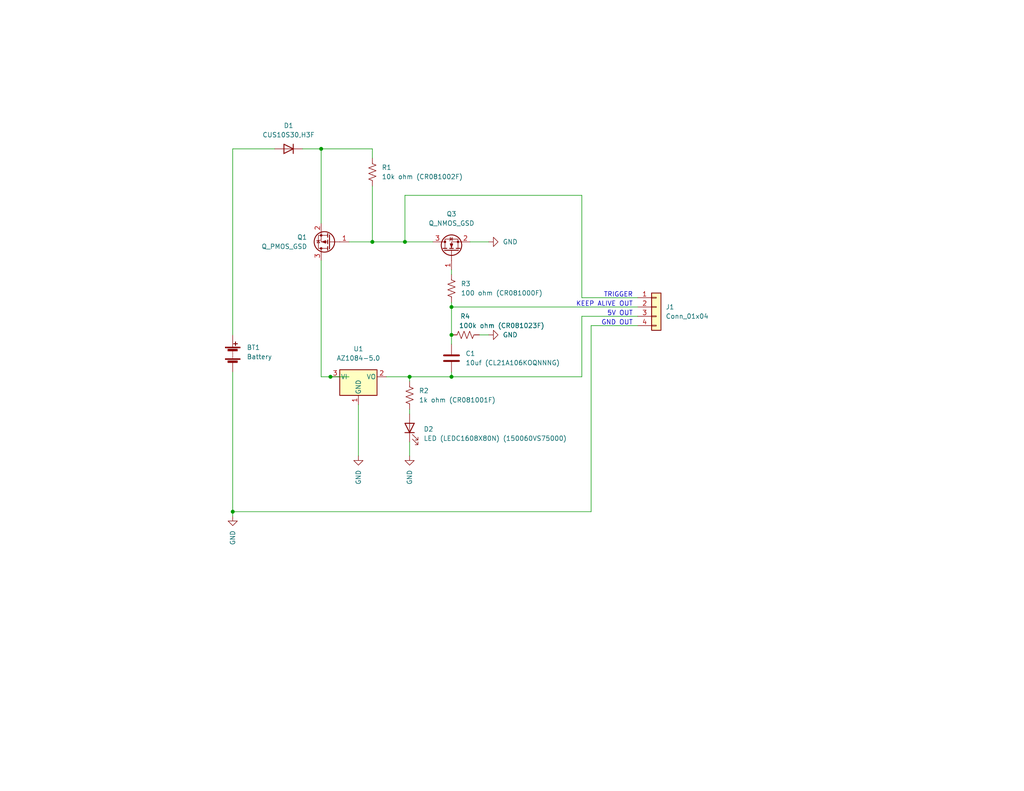
<source format=kicad_sch>
(kicad_sch (version 20211123) (generator eeschema)

  (uuid 636ad0ff-5988-4d2c-96c0-beacb3cc22a0)

  (paper "A")

  (lib_symbols
    (symbol "Connector_Generic:Conn_01x04" (pin_names (offset 1.016) hide) (in_bom yes) (on_board yes)
      (property "Reference" "J" (id 0) (at 0 5.08 0)
        (effects (font (size 1.27 1.27)))
      )
      (property "Value" "Conn_01x04" (id 1) (at 0 -7.62 0)
        (effects (font (size 1.27 1.27)))
      )
      (property "Footprint" "" (id 2) (at 0 0 0)
        (effects (font (size 1.27 1.27)) hide)
      )
      (property "Datasheet" "~" (id 3) (at 0 0 0)
        (effects (font (size 1.27 1.27)) hide)
      )
      (property "ki_keywords" "connector" (id 4) (at 0 0 0)
        (effects (font (size 1.27 1.27)) hide)
      )
      (property "ki_description" "Generic connector, single row, 01x04, script generated (kicad-library-utils/schlib/autogen/connector/)" (id 5) (at 0 0 0)
        (effects (font (size 1.27 1.27)) hide)
      )
      (property "ki_fp_filters" "Connector*:*_1x??_*" (id 6) (at 0 0 0)
        (effects (font (size 1.27 1.27)) hide)
      )
      (symbol "Conn_01x04_1_1"
        (rectangle (start -1.27 -4.953) (end 0 -5.207)
          (stroke (width 0.1524) (type default) (color 0 0 0 0))
          (fill (type none))
        )
        (rectangle (start -1.27 -2.413) (end 0 -2.667)
          (stroke (width 0.1524) (type default) (color 0 0 0 0))
          (fill (type none))
        )
        (rectangle (start -1.27 0.127) (end 0 -0.127)
          (stroke (width 0.1524) (type default) (color 0 0 0 0))
          (fill (type none))
        )
        (rectangle (start -1.27 2.667) (end 0 2.413)
          (stroke (width 0.1524) (type default) (color 0 0 0 0))
          (fill (type none))
        )
        (rectangle (start -1.27 3.81) (end 1.27 -6.35)
          (stroke (width 0.254) (type default) (color 0 0 0 0))
          (fill (type background))
        )
        (pin passive line (at -5.08 2.54 0) (length 3.81)
          (name "Pin_1" (effects (font (size 1.27 1.27))))
          (number "1" (effects (font (size 1.27 1.27))))
        )
        (pin passive line (at -5.08 0 0) (length 3.81)
          (name "Pin_2" (effects (font (size 1.27 1.27))))
          (number "2" (effects (font (size 1.27 1.27))))
        )
        (pin passive line (at -5.08 -2.54 0) (length 3.81)
          (name "Pin_3" (effects (font (size 1.27 1.27))))
          (number "3" (effects (font (size 1.27 1.27))))
        )
        (pin passive line (at -5.08 -5.08 0) (length 3.81)
          (name "Pin_4" (effects (font (size 1.27 1.27))))
          (number "4" (effects (font (size 1.27 1.27))))
        )
      )
    )
    (symbol "Device:Battery" (pin_numbers hide) (pin_names (offset 0) hide) (in_bom yes) (on_board yes)
      (property "Reference" "BT" (id 0) (at 2.54 2.54 0)
        (effects (font (size 1.27 1.27)) (justify left))
      )
      (property "Value" "Battery" (id 1) (at 2.54 0 0)
        (effects (font (size 1.27 1.27)) (justify left))
      )
      (property "Footprint" "" (id 2) (at 0 1.524 90)
        (effects (font (size 1.27 1.27)) hide)
      )
      (property "Datasheet" "~" (id 3) (at 0 1.524 90)
        (effects (font (size 1.27 1.27)) hide)
      )
      (property "ki_keywords" "batt voltage-source cell" (id 4) (at 0 0 0)
        (effects (font (size 1.27 1.27)) hide)
      )
      (property "ki_description" "Multiple-cell battery" (id 5) (at 0 0 0)
        (effects (font (size 1.27 1.27)) hide)
      )
      (symbol "Battery_0_1"
        (rectangle (start -2.032 -1.397) (end 2.032 -1.651)
          (stroke (width 0) (type default) (color 0 0 0 0))
          (fill (type outline))
        )
        (rectangle (start -2.032 1.778) (end 2.032 1.524)
          (stroke (width 0) (type default) (color 0 0 0 0))
          (fill (type outline))
        )
        (rectangle (start -1.3208 -1.9812) (end 1.27 -2.4892)
          (stroke (width 0) (type default) (color 0 0 0 0))
          (fill (type outline))
        )
        (rectangle (start -1.3208 1.1938) (end 1.27 0.6858)
          (stroke (width 0) (type default) (color 0 0 0 0))
          (fill (type outline))
        )
        (polyline
          (pts
            (xy 0 -1.524)
            (xy 0 -1.27)
          )
          (stroke (width 0) (type default) (color 0 0 0 0))
          (fill (type none))
        )
        (polyline
          (pts
            (xy 0 -1.016)
            (xy 0 -0.762)
          )
          (stroke (width 0) (type default) (color 0 0 0 0))
          (fill (type none))
        )
        (polyline
          (pts
            (xy 0 -0.508)
            (xy 0 -0.254)
          )
          (stroke (width 0) (type default) (color 0 0 0 0))
          (fill (type none))
        )
        (polyline
          (pts
            (xy 0 0)
            (xy 0 0.254)
          )
          (stroke (width 0) (type default) (color 0 0 0 0))
          (fill (type none))
        )
        (polyline
          (pts
            (xy 0 0.508)
            (xy 0 0.762)
          )
          (stroke (width 0) (type default) (color 0 0 0 0))
          (fill (type none))
        )
        (polyline
          (pts
            (xy 0 1.778)
            (xy 0 2.54)
          )
          (stroke (width 0) (type default) (color 0 0 0 0))
          (fill (type none))
        )
        (polyline
          (pts
            (xy 0.254 2.667)
            (xy 1.27 2.667)
          )
          (stroke (width 0.254) (type default) (color 0 0 0 0))
          (fill (type none))
        )
        (polyline
          (pts
            (xy 0.762 3.175)
            (xy 0.762 2.159)
          )
          (stroke (width 0.254) (type default) (color 0 0 0 0))
          (fill (type none))
        )
      )
      (symbol "Battery_1_1"
        (pin passive line (at 0 5.08 270) (length 2.54)
          (name "+" (effects (font (size 1.27 1.27))))
          (number "1" (effects (font (size 1.27 1.27))))
        )
        (pin passive line (at 0 -5.08 90) (length 2.54)
          (name "-" (effects (font (size 1.27 1.27))))
          (number "2" (effects (font (size 1.27 1.27))))
        )
      )
    )
    (symbol "Device:C" (pin_numbers hide) (pin_names (offset 0.254)) (in_bom yes) (on_board yes)
      (property "Reference" "C" (id 0) (at 0.635 2.54 0)
        (effects (font (size 1.27 1.27)) (justify left))
      )
      (property "Value" "C" (id 1) (at 0.635 -2.54 0)
        (effects (font (size 1.27 1.27)) (justify left))
      )
      (property "Footprint" "" (id 2) (at 0.9652 -3.81 0)
        (effects (font (size 1.27 1.27)) hide)
      )
      (property "Datasheet" "~" (id 3) (at 0 0 0)
        (effects (font (size 1.27 1.27)) hide)
      )
      (property "ki_keywords" "cap capacitor" (id 4) (at 0 0 0)
        (effects (font (size 1.27 1.27)) hide)
      )
      (property "ki_description" "Unpolarized capacitor" (id 5) (at 0 0 0)
        (effects (font (size 1.27 1.27)) hide)
      )
      (property "ki_fp_filters" "C_*" (id 6) (at 0 0 0)
        (effects (font (size 1.27 1.27)) hide)
      )
      (symbol "C_0_1"
        (polyline
          (pts
            (xy -2.032 -0.762)
            (xy 2.032 -0.762)
          )
          (stroke (width 0.508) (type default) (color 0 0 0 0))
          (fill (type none))
        )
        (polyline
          (pts
            (xy -2.032 0.762)
            (xy 2.032 0.762)
          )
          (stroke (width 0.508) (type default) (color 0 0 0 0))
          (fill (type none))
        )
      )
      (symbol "C_1_1"
        (pin passive line (at 0 3.81 270) (length 2.794)
          (name "~" (effects (font (size 1.27 1.27))))
          (number "1" (effects (font (size 1.27 1.27))))
        )
        (pin passive line (at 0 -3.81 90) (length 2.794)
          (name "~" (effects (font (size 1.27 1.27))))
          (number "2" (effects (font (size 1.27 1.27))))
        )
      )
    )
    (symbol "Device:D" (pin_numbers hide) (pin_names (offset 1.016) hide) (in_bom yes) (on_board yes)
      (property "Reference" "D" (id 0) (at 0 2.54 0)
        (effects (font (size 1.27 1.27)))
      )
      (property "Value" "D" (id 1) (at 0 -2.54 0)
        (effects (font (size 1.27 1.27)))
      )
      (property "Footprint" "" (id 2) (at 0 0 0)
        (effects (font (size 1.27 1.27)) hide)
      )
      (property "Datasheet" "~" (id 3) (at 0 0 0)
        (effects (font (size 1.27 1.27)) hide)
      )
      (property "ki_keywords" "diode" (id 4) (at 0 0 0)
        (effects (font (size 1.27 1.27)) hide)
      )
      (property "ki_description" "Diode" (id 5) (at 0 0 0)
        (effects (font (size 1.27 1.27)) hide)
      )
      (property "ki_fp_filters" "TO-???* *_Diode_* *SingleDiode* D_*" (id 6) (at 0 0 0)
        (effects (font (size 1.27 1.27)) hide)
      )
      (symbol "D_0_1"
        (polyline
          (pts
            (xy -1.27 1.27)
            (xy -1.27 -1.27)
          )
          (stroke (width 0.254) (type default) (color 0 0 0 0))
          (fill (type none))
        )
        (polyline
          (pts
            (xy 1.27 0)
            (xy -1.27 0)
          )
          (stroke (width 0) (type default) (color 0 0 0 0))
          (fill (type none))
        )
        (polyline
          (pts
            (xy 1.27 1.27)
            (xy 1.27 -1.27)
            (xy -1.27 0)
            (xy 1.27 1.27)
          )
          (stroke (width 0.254) (type default) (color 0 0 0 0))
          (fill (type none))
        )
      )
      (symbol "D_1_1"
        (pin passive line (at -3.81 0 0) (length 2.54)
          (name "K" (effects (font (size 1.27 1.27))))
          (number "1" (effects (font (size 1.27 1.27))))
        )
        (pin passive line (at 3.81 0 180) (length 2.54)
          (name "A" (effects (font (size 1.27 1.27))))
          (number "2" (effects (font (size 1.27 1.27))))
        )
      )
    )
    (symbol "Device:LED" (pin_numbers hide) (pin_names (offset 1.016) hide) (in_bom yes) (on_board yes)
      (property "Reference" "D" (id 0) (at 0 2.54 0)
        (effects (font (size 1.27 1.27)))
      )
      (property "Value" "LED" (id 1) (at 0 -2.54 0)
        (effects (font (size 1.27 1.27)))
      )
      (property "Footprint" "" (id 2) (at 0 0 0)
        (effects (font (size 1.27 1.27)) hide)
      )
      (property "Datasheet" "~" (id 3) (at 0 0 0)
        (effects (font (size 1.27 1.27)) hide)
      )
      (property "ki_keywords" "LED diode" (id 4) (at 0 0 0)
        (effects (font (size 1.27 1.27)) hide)
      )
      (property "ki_description" "Light emitting diode" (id 5) (at 0 0 0)
        (effects (font (size 1.27 1.27)) hide)
      )
      (property "ki_fp_filters" "LED* LED_SMD:* LED_THT:*" (id 6) (at 0 0 0)
        (effects (font (size 1.27 1.27)) hide)
      )
      (symbol "LED_0_1"
        (polyline
          (pts
            (xy -1.27 -1.27)
            (xy -1.27 1.27)
          )
          (stroke (width 0.254) (type default) (color 0 0 0 0))
          (fill (type none))
        )
        (polyline
          (pts
            (xy -1.27 0)
            (xy 1.27 0)
          )
          (stroke (width 0) (type default) (color 0 0 0 0))
          (fill (type none))
        )
        (polyline
          (pts
            (xy 1.27 -1.27)
            (xy 1.27 1.27)
            (xy -1.27 0)
            (xy 1.27 -1.27)
          )
          (stroke (width 0.254) (type default) (color 0 0 0 0))
          (fill (type none))
        )
        (polyline
          (pts
            (xy -3.048 -0.762)
            (xy -4.572 -2.286)
            (xy -3.81 -2.286)
            (xy -4.572 -2.286)
            (xy -4.572 -1.524)
          )
          (stroke (width 0) (type default) (color 0 0 0 0))
          (fill (type none))
        )
        (polyline
          (pts
            (xy -1.778 -0.762)
            (xy -3.302 -2.286)
            (xy -2.54 -2.286)
            (xy -3.302 -2.286)
            (xy -3.302 -1.524)
          )
          (stroke (width 0) (type default) (color 0 0 0 0))
          (fill (type none))
        )
      )
      (symbol "LED_1_1"
        (pin passive line (at -3.81 0 0) (length 2.54)
          (name "K" (effects (font (size 1.27 1.27))))
          (number "1" (effects (font (size 1.27 1.27))))
        )
        (pin passive line (at 3.81 0 180) (length 2.54)
          (name "A" (effects (font (size 1.27 1.27))))
          (number "2" (effects (font (size 1.27 1.27))))
        )
      )
    )
    (symbol "Device:Q_NMOS_GSD" (pin_names (offset 0) hide) (in_bom yes) (on_board yes)
      (property "Reference" "Q" (id 0) (at 5.08 1.27 0)
        (effects (font (size 1.27 1.27)) (justify left))
      )
      (property "Value" "Q_NMOS_GSD" (id 1) (at 5.08 -1.27 0)
        (effects (font (size 1.27 1.27)) (justify left))
      )
      (property "Footprint" "" (id 2) (at 5.08 2.54 0)
        (effects (font (size 1.27 1.27)) hide)
      )
      (property "Datasheet" "~" (id 3) (at 0 0 0)
        (effects (font (size 1.27 1.27)) hide)
      )
      (property "ki_keywords" "transistor NMOS N-MOS N-MOSFET" (id 4) (at 0 0 0)
        (effects (font (size 1.27 1.27)) hide)
      )
      (property "ki_description" "N-MOSFET transistor, gate/source/drain" (id 5) (at 0 0 0)
        (effects (font (size 1.27 1.27)) hide)
      )
      (symbol "Q_NMOS_GSD_0_1"
        (polyline
          (pts
            (xy 0.254 0)
            (xy -2.54 0)
          )
          (stroke (width 0) (type default) (color 0 0 0 0))
          (fill (type none))
        )
        (polyline
          (pts
            (xy 0.254 1.905)
            (xy 0.254 -1.905)
          )
          (stroke (width 0.254) (type default) (color 0 0 0 0))
          (fill (type none))
        )
        (polyline
          (pts
            (xy 0.762 -1.27)
            (xy 0.762 -2.286)
          )
          (stroke (width 0.254) (type default) (color 0 0 0 0))
          (fill (type none))
        )
        (polyline
          (pts
            (xy 0.762 0.508)
            (xy 0.762 -0.508)
          )
          (stroke (width 0.254) (type default) (color 0 0 0 0))
          (fill (type none))
        )
        (polyline
          (pts
            (xy 0.762 2.286)
            (xy 0.762 1.27)
          )
          (stroke (width 0.254) (type default) (color 0 0 0 0))
          (fill (type none))
        )
        (polyline
          (pts
            (xy 2.54 2.54)
            (xy 2.54 1.778)
          )
          (stroke (width 0) (type default) (color 0 0 0 0))
          (fill (type none))
        )
        (polyline
          (pts
            (xy 2.54 -2.54)
            (xy 2.54 0)
            (xy 0.762 0)
          )
          (stroke (width 0) (type default) (color 0 0 0 0))
          (fill (type none))
        )
        (polyline
          (pts
            (xy 0.762 -1.778)
            (xy 3.302 -1.778)
            (xy 3.302 1.778)
            (xy 0.762 1.778)
          )
          (stroke (width 0) (type default) (color 0 0 0 0))
          (fill (type none))
        )
        (polyline
          (pts
            (xy 1.016 0)
            (xy 2.032 0.381)
            (xy 2.032 -0.381)
            (xy 1.016 0)
          )
          (stroke (width 0) (type default) (color 0 0 0 0))
          (fill (type outline))
        )
        (polyline
          (pts
            (xy 2.794 0.508)
            (xy 2.921 0.381)
            (xy 3.683 0.381)
            (xy 3.81 0.254)
          )
          (stroke (width 0) (type default) (color 0 0 0 0))
          (fill (type none))
        )
        (polyline
          (pts
            (xy 3.302 0.381)
            (xy 2.921 -0.254)
            (xy 3.683 -0.254)
            (xy 3.302 0.381)
          )
          (stroke (width 0) (type default) (color 0 0 0 0))
          (fill (type none))
        )
        (circle (center 1.651 0) (radius 2.794)
          (stroke (width 0.254) (type default) (color 0 0 0 0))
          (fill (type none))
        )
        (circle (center 2.54 -1.778) (radius 0.254)
          (stroke (width 0) (type default) (color 0 0 0 0))
          (fill (type outline))
        )
        (circle (center 2.54 1.778) (radius 0.254)
          (stroke (width 0) (type default) (color 0 0 0 0))
          (fill (type outline))
        )
      )
      (symbol "Q_NMOS_GSD_1_1"
        (pin input line (at -5.08 0 0) (length 2.54)
          (name "G" (effects (font (size 1.27 1.27))))
          (number "1" (effects (font (size 1.27 1.27))))
        )
        (pin passive line (at 2.54 -5.08 90) (length 2.54)
          (name "S" (effects (font (size 1.27 1.27))))
          (number "2" (effects (font (size 1.27 1.27))))
        )
        (pin passive line (at 2.54 5.08 270) (length 2.54)
          (name "D" (effects (font (size 1.27 1.27))))
          (number "3" (effects (font (size 1.27 1.27))))
        )
      )
    )
    (symbol "Device:Q_PMOS_GSD" (pin_names (offset 0) hide) (in_bom yes) (on_board yes)
      (property "Reference" "Q" (id 0) (at 5.08 1.27 0)
        (effects (font (size 1.27 1.27)) (justify left))
      )
      (property "Value" "Q_PMOS_GSD" (id 1) (at 5.08 -1.27 0)
        (effects (font (size 1.27 1.27)) (justify left))
      )
      (property "Footprint" "" (id 2) (at 5.08 2.54 0)
        (effects (font (size 1.27 1.27)) hide)
      )
      (property "Datasheet" "~" (id 3) (at 0 0 0)
        (effects (font (size 1.27 1.27)) hide)
      )
      (property "ki_keywords" "transistor PMOS P-MOS P-MOSFET" (id 4) (at 0 0 0)
        (effects (font (size 1.27 1.27)) hide)
      )
      (property "ki_description" "P-MOSFET transistor, gate/source/drain" (id 5) (at 0 0 0)
        (effects (font (size 1.27 1.27)) hide)
      )
      (symbol "Q_PMOS_GSD_0_1"
        (polyline
          (pts
            (xy 0.254 0)
            (xy -2.54 0)
          )
          (stroke (width 0) (type default) (color 0 0 0 0))
          (fill (type none))
        )
        (polyline
          (pts
            (xy 0.254 1.905)
            (xy 0.254 -1.905)
          )
          (stroke (width 0.254) (type default) (color 0 0 0 0))
          (fill (type none))
        )
        (polyline
          (pts
            (xy 0.762 -1.27)
            (xy 0.762 -2.286)
          )
          (stroke (width 0.254) (type default) (color 0 0 0 0))
          (fill (type none))
        )
        (polyline
          (pts
            (xy 0.762 0.508)
            (xy 0.762 -0.508)
          )
          (stroke (width 0.254) (type default) (color 0 0 0 0))
          (fill (type none))
        )
        (polyline
          (pts
            (xy 0.762 2.286)
            (xy 0.762 1.27)
          )
          (stroke (width 0.254) (type default) (color 0 0 0 0))
          (fill (type none))
        )
        (polyline
          (pts
            (xy 2.54 2.54)
            (xy 2.54 1.778)
          )
          (stroke (width 0) (type default) (color 0 0 0 0))
          (fill (type none))
        )
        (polyline
          (pts
            (xy 2.54 -2.54)
            (xy 2.54 0)
            (xy 0.762 0)
          )
          (stroke (width 0) (type default) (color 0 0 0 0))
          (fill (type none))
        )
        (polyline
          (pts
            (xy 0.762 1.778)
            (xy 3.302 1.778)
            (xy 3.302 -1.778)
            (xy 0.762 -1.778)
          )
          (stroke (width 0) (type default) (color 0 0 0 0))
          (fill (type none))
        )
        (polyline
          (pts
            (xy 2.286 0)
            (xy 1.27 0.381)
            (xy 1.27 -0.381)
            (xy 2.286 0)
          )
          (stroke (width 0) (type default) (color 0 0 0 0))
          (fill (type outline))
        )
        (polyline
          (pts
            (xy 2.794 -0.508)
            (xy 2.921 -0.381)
            (xy 3.683 -0.381)
            (xy 3.81 -0.254)
          )
          (stroke (width 0) (type default) (color 0 0 0 0))
          (fill (type none))
        )
        (polyline
          (pts
            (xy 3.302 -0.381)
            (xy 2.921 0.254)
            (xy 3.683 0.254)
            (xy 3.302 -0.381)
          )
          (stroke (width 0) (type default) (color 0 0 0 0))
          (fill (type none))
        )
        (circle (center 1.651 0) (radius 2.794)
          (stroke (width 0.254) (type default) (color 0 0 0 0))
          (fill (type none))
        )
        (circle (center 2.54 -1.778) (radius 0.254)
          (stroke (width 0) (type default) (color 0 0 0 0))
          (fill (type outline))
        )
        (circle (center 2.54 1.778) (radius 0.254)
          (stroke (width 0) (type default) (color 0 0 0 0))
          (fill (type outline))
        )
      )
      (symbol "Q_PMOS_GSD_1_1"
        (pin input line (at -5.08 0 0) (length 2.54)
          (name "G" (effects (font (size 1.27 1.27))))
          (number "1" (effects (font (size 1.27 1.27))))
        )
        (pin passive line (at 2.54 -5.08 90) (length 2.54)
          (name "S" (effects (font (size 1.27 1.27))))
          (number "2" (effects (font (size 1.27 1.27))))
        )
        (pin passive line (at 2.54 5.08 270) (length 2.54)
          (name "D" (effects (font (size 1.27 1.27))))
          (number "3" (effects (font (size 1.27 1.27))))
        )
      )
    )
    (symbol "Device:R_US" (pin_numbers hide) (pin_names (offset 0)) (in_bom yes) (on_board yes)
      (property "Reference" "R" (id 0) (at 2.54 0 90)
        (effects (font (size 1.27 1.27)))
      )
      (property "Value" "R_US" (id 1) (at -2.54 0 90)
        (effects (font (size 1.27 1.27)))
      )
      (property "Footprint" "" (id 2) (at 1.016 -0.254 90)
        (effects (font (size 1.27 1.27)) hide)
      )
      (property "Datasheet" "~" (id 3) (at 0 0 0)
        (effects (font (size 1.27 1.27)) hide)
      )
      (property "ki_keywords" "R res resistor" (id 4) (at 0 0 0)
        (effects (font (size 1.27 1.27)) hide)
      )
      (property "ki_description" "Resistor, US symbol" (id 5) (at 0 0 0)
        (effects (font (size 1.27 1.27)) hide)
      )
      (property "ki_fp_filters" "R_*" (id 6) (at 0 0 0)
        (effects (font (size 1.27 1.27)) hide)
      )
      (symbol "R_US_0_1"
        (polyline
          (pts
            (xy 0 -2.286)
            (xy 0 -2.54)
          )
          (stroke (width 0) (type default) (color 0 0 0 0))
          (fill (type none))
        )
        (polyline
          (pts
            (xy 0 2.286)
            (xy 0 2.54)
          )
          (stroke (width 0) (type default) (color 0 0 0 0))
          (fill (type none))
        )
        (polyline
          (pts
            (xy 0 -0.762)
            (xy 1.016 -1.143)
            (xy 0 -1.524)
            (xy -1.016 -1.905)
            (xy 0 -2.286)
          )
          (stroke (width 0) (type default) (color 0 0 0 0))
          (fill (type none))
        )
        (polyline
          (pts
            (xy 0 0.762)
            (xy 1.016 0.381)
            (xy 0 0)
            (xy -1.016 -0.381)
            (xy 0 -0.762)
          )
          (stroke (width 0) (type default) (color 0 0 0 0))
          (fill (type none))
        )
        (polyline
          (pts
            (xy 0 2.286)
            (xy 1.016 1.905)
            (xy 0 1.524)
            (xy -1.016 1.143)
            (xy 0 0.762)
          )
          (stroke (width 0) (type default) (color 0 0 0 0))
          (fill (type none))
        )
      )
      (symbol "R_US_1_1"
        (pin passive line (at 0 3.81 270) (length 1.27)
          (name "~" (effects (font (size 1.27 1.27))))
          (number "1" (effects (font (size 1.27 1.27))))
        )
        (pin passive line (at 0 -3.81 90) (length 1.27)
          (name "~" (effects (font (size 1.27 1.27))))
          (number "2" (effects (font (size 1.27 1.27))))
        )
      )
    )
    (symbol "Regulator_Linear:AZ1084-5.0" (pin_names (offset 0.254)) (in_bom yes) (on_board yes)
      (property "Reference" "U" (id 0) (at -3.81 3.175 0)
        (effects (font (size 1.27 1.27)))
      )
      (property "Value" "AZ1084-5.0" (id 1) (at 0 3.175 0)
        (effects (font (size 1.27 1.27)) (justify left))
      )
      (property "Footprint" "" (id 2) (at 0 6.35 0)
        (effects (font (size 1.27 1.27) italic) hide)
      )
      (property "Datasheet" "https://www.diodes.com/assets/Datasheets/AZ1084.pdf" (id 3) (at 0 0 0)
        (effects (font (size 1.27 1.27)) hide)
      )
      (property "ki_keywords" "Fixed Voltage Regulator 5A Positive LDO" (id 4) (at 0 0 0)
        (effects (font (size 1.27 1.27)) hide)
      )
      (property "ki_description" "5A 12V Fixed LDO Linear Regulator, 1.5V, TO-220/TO-252/TO-263" (id 5) (at 0 0 0)
        (effects (font (size 1.27 1.27)) hide)
      )
      (property "ki_fp_filters" "TO?220* TO?252* TO?263*" (id 6) (at 0 0 0)
        (effects (font (size 1.27 1.27)) hide)
      )
      (symbol "AZ1084-5.0_0_1"
        (rectangle (start -5.08 1.905) (end 5.08 -5.08)
          (stroke (width 0.254) (type default) (color 0 0 0 0))
          (fill (type background))
        )
      )
      (symbol "AZ1084-5.0_1_1"
        (pin power_in line (at 0 -7.62 90) (length 2.54)
          (name "GND" (effects (font (size 1.27 1.27))))
          (number "1" (effects (font (size 1.27 1.27))))
        )
        (pin power_out line (at 7.62 0 180) (length 2.54)
          (name "VO" (effects (font (size 1.27 1.27))))
          (number "2" (effects (font (size 1.27 1.27))))
        )
        (pin power_in line (at -7.62 0 0) (length 2.54)
          (name "VI" (effects (font (size 1.27 1.27))))
          (number "3" (effects (font (size 1.27 1.27))))
        )
      )
    )
    (symbol "power:GND" (power) (pin_names (offset 0)) (in_bom yes) (on_board yes)
      (property "Reference" "#PWR" (id 0) (at 0 -6.35 0)
        (effects (font (size 1.27 1.27)) hide)
      )
      (property "Value" "GND" (id 1) (at 0 -3.81 0)
        (effects (font (size 1.27 1.27)))
      )
      (property "Footprint" "" (id 2) (at 0 0 0)
        (effects (font (size 1.27 1.27)) hide)
      )
      (property "Datasheet" "" (id 3) (at 0 0 0)
        (effects (font (size 1.27 1.27)) hide)
      )
      (property "ki_keywords" "power-flag" (id 4) (at 0 0 0)
        (effects (font (size 1.27 1.27)) hide)
      )
      (property "ki_description" "Power symbol creates a global label with name \"GND\" , ground" (id 5) (at 0 0 0)
        (effects (font (size 1.27 1.27)) hide)
      )
      (symbol "GND_0_1"
        (polyline
          (pts
            (xy 0 0)
            (xy 0 -1.27)
            (xy 1.27 -1.27)
            (xy 0 -2.54)
            (xy -1.27 -1.27)
            (xy 0 -1.27)
          )
          (stroke (width 0) (type default) (color 0 0 0 0))
          (fill (type none))
        )
      )
      (symbol "GND_1_1"
        (pin power_in line (at 0 0 270) (length 0) hide
          (name "GND" (effects (font (size 1.27 1.27))))
          (number "1" (effects (font (size 1.27 1.27))))
        )
      )
    )
  )

  (junction (at 123.19 83.82) (diameter 0) (color 0 0 0 0)
    (uuid 2137188a-e946-459d-9ae2-1f4edde10f8c)
  )
  (junction (at 110.49 66.04) (diameter 0) (color 0 0 0 0)
    (uuid 2428d819-e949-4593-9318-38afe8097383)
  )
  (junction (at 90.17 102.87) (diameter 0) (color 0 0 0 0)
    (uuid 2d931ba1-09e7-4696-8d2d-0dcfb9d61a1a)
  )
  (junction (at 123.19 91.44) (diameter 0) (color 0 0 0 0)
    (uuid 3504c59c-6626-4243-9b8c-50ef2b8fa8aa)
  )
  (junction (at 101.6 66.04) (diameter 0) (color 0 0 0 0)
    (uuid 8a9adc8a-57ef-4938-9211-27c4bcdb7890)
  )
  (junction (at 123.19 102.87) (diameter 0) (color 0 0 0 0)
    (uuid 9a505a0c-c615-4ec5-84a4-6bb9f8993e12)
  )
  (junction (at 87.63 40.64) (diameter 0) (color 0 0 0 0)
    (uuid 9d60cc75-71f7-4547-ac3d-65047ea90087)
  )
  (junction (at 63.5 139.7) (diameter 0) (color 0 0 0 0)
    (uuid b81b5fbb-c157-40e4-af1d-ad76cadb10f4)
  )
  (junction (at 111.76 102.87) (diameter 0) (color 0 0 0 0)
    (uuid c9f13f94-7be9-4dbd-a7d2-c1f587c6cbd0)
  )

  (wire (pts (xy 111.76 120.65) (xy 111.76 124.46))
    (stroke (width 0) (type default) (color 0 0 0 0))
    (uuid 01ce27bc-071a-4ca2-a6af-5692e4bd19f3)
  )
  (wire (pts (xy 97.79 110.49) (xy 97.79 124.46))
    (stroke (width 0) (type default) (color 0 0 0 0))
    (uuid 03fc4f21-1b4b-4204-b3cc-10b725870d24)
  )
  (wire (pts (xy 110.49 53.34) (xy 110.49 66.04))
    (stroke (width 0) (type default) (color 0 0 0 0))
    (uuid 08ecf0f8-df30-4eac-b825-30e463865809)
  )
  (wire (pts (xy 87.63 71.12) (xy 87.63 102.87))
    (stroke (width 0) (type default) (color 0 0 0 0))
    (uuid 17d69d4f-8a57-4f34-8baa-0faf1ae8822a)
  )
  (wire (pts (xy 87.63 40.64) (xy 101.6 40.64))
    (stroke (width 0) (type default) (color 0 0 0 0))
    (uuid 1fc54240-a4dc-4849-90c8-b9f8837378b2)
  )
  (wire (pts (xy 123.19 91.44) (xy 123.19 83.82))
    (stroke (width 0) (type default) (color 0 0 0 0))
    (uuid 2ef8bfbe-fb25-43c8-be0c-b173fffde034)
  )
  (wire (pts (xy 63.5 101.6) (xy 63.5 139.7))
    (stroke (width 0) (type default) (color 0 0 0 0))
    (uuid 35947251-0096-4b60-bfc2-e63345af20fe)
  )
  (wire (pts (xy 95.25 66.04) (xy 101.6 66.04))
    (stroke (width 0) (type default) (color 0 0 0 0))
    (uuid 40d96678-426d-42bf-af6c-83cefc43e992)
  )
  (wire (pts (xy 63.5 139.7) (xy 161.29 139.7))
    (stroke (width 0) (type default) (color 0 0 0 0))
    (uuid 412ba095-bb0c-4861-a165-4bf804227e12)
  )
  (wire (pts (xy 111.76 111.76) (xy 111.76 113.03))
    (stroke (width 0) (type default) (color 0 0 0 0))
    (uuid 441cc3b6-890c-4765-a881-475b9cabb92f)
  )
  (wire (pts (xy 158.75 81.28) (xy 173.99 81.28))
    (stroke (width 0) (type default) (color 0 0 0 0))
    (uuid 6423596f-7180-4f6d-83e9-8d2448d3b07a)
  )
  (wire (pts (xy 111.76 102.87) (xy 123.19 102.87))
    (stroke (width 0) (type default) (color 0 0 0 0))
    (uuid 6834210c-8094-4107-9949-8e289c0b2b5a)
  )
  (wire (pts (xy 82.55 40.64) (xy 87.63 40.64))
    (stroke (width 0) (type default) (color 0 0 0 0))
    (uuid 6b870f2e-d191-4729-b494-d0c4651b5da5)
  )
  (wire (pts (xy 161.29 139.7) (xy 161.29 88.9))
    (stroke (width 0) (type default) (color 0 0 0 0))
    (uuid 7494bdf7-f552-40e3-9c3d-fdcec75e4c9a)
  )
  (wire (pts (xy 95.25 102.87) (xy 90.17 102.87))
    (stroke (width 0) (type default) (color 0 0 0 0))
    (uuid 78023d1a-1c76-42b1-b857-faac39f7a17c)
  )
  (wire (pts (xy 158.75 102.87) (xy 158.75 86.36))
    (stroke (width 0) (type default) (color 0 0 0 0))
    (uuid 7df5a705-c593-4b69-8eb5-d7d57a05b7bd)
  )
  (wire (pts (xy 90.17 102.87) (xy 87.63 102.87))
    (stroke (width 0) (type default) (color 0 0 0 0))
    (uuid 7eecbf45-c857-47d6-9775-4f6d45658c26)
  )
  (wire (pts (xy 123.19 83.82) (xy 173.99 83.82))
    (stroke (width 0) (type default) (color 0 0 0 0))
    (uuid 8127fa2a-4291-4f21-926f-57739b9f81d5)
  )
  (wire (pts (xy 161.29 88.9) (xy 173.99 88.9))
    (stroke (width 0) (type default) (color 0 0 0 0))
    (uuid 8527647b-8225-40df-9e0e-9e0962b3b7af)
  )
  (wire (pts (xy 110.49 66.04) (xy 118.11 66.04))
    (stroke (width 0) (type default) (color 0 0 0 0))
    (uuid 95fc47fa-20db-4856-9f74-7c80e2c66b6f)
  )
  (wire (pts (xy 123.19 73.66) (xy 123.19 74.93))
    (stroke (width 0) (type default) (color 0 0 0 0))
    (uuid 9d55cd83-62ff-4e6c-9bc1-9605d2f1b589)
  )
  (wire (pts (xy 101.6 40.64) (xy 101.6 43.18))
    (stroke (width 0) (type default) (color 0 0 0 0))
    (uuid 9e77d8d4-b4af-40b1-8d39-860e50aad448)
  )
  (wire (pts (xy 128.27 66.04) (xy 133.35 66.04))
    (stroke (width 0) (type default) (color 0 0 0 0))
    (uuid a3c92dd0-eba9-49d8-a9ce-2e1f9f5c0efa)
  )
  (wire (pts (xy 123.19 102.87) (xy 158.75 102.87))
    (stroke (width 0) (type default) (color 0 0 0 0))
    (uuid a54dc406-124d-4c13-8fe9-1d7c5cd66c1b)
  )
  (wire (pts (xy 123.19 83.82) (xy 123.19 82.55))
    (stroke (width 0) (type default) (color 0 0 0 0))
    (uuid a679836e-9a76-4dec-b52c-db19353089a0)
  )
  (wire (pts (xy 63.5 91.44) (xy 63.5 40.64))
    (stroke (width 0) (type default) (color 0 0 0 0))
    (uuid b38f93f0-7b3a-4f67-b482-86cc0f76ea66)
  )
  (wire (pts (xy 158.75 86.36) (xy 173.99 86.36))
    (stroke (width 0) (type default) (color 0 0 0 0))
    (uuid b8a78c53-7e66-4c6c-9057-9173080561e1)
  )
  (wire (pts (xy 130.81 91.44) (xy 133.35 91.44))
    (stroke (width 0) (type default) (color 0 0 0 0))
    (uuid b9153a57-0bcc-4cf2-b4d1-6ea9da5f3506)
  )
  (wire (pts (xy 111.76 102.87) (xy 111.76 104.14))
    (stroke (width 0) (type default) (color 0 0 0 0))
    (uuid b92eb4ee-d549-45dc-bf00-60bd9b6954e2)
  )
  (wire (pts (xy 87.63 40.64) (xy 87.63 60.96))
    (stroke (width 0) (type default) (color 0 0 0 0))
    (uuid c1007d85-5849-43bf-b1b8-3d3770c561dd)
  )
  (wire (pts (xy 158.75 53.34) (xy 110.49 53.34))
    (stroke (width 0) (type default) (color 0 0 0 0))
    (uuid c9a4c6d2-bd40-4659-b13b-88522343317a)
  )
  (wire (pts (xy 101.6 50.8) (xy 101.6 66.04))
    (stroke (width 0) (type default) (color 0 0 0 0))
    (uuid ddb7d15e-38aa-43a9-810e-4ecb2ffee78e)
  )
  (wire (pts (xy 63.5 139.7) (xy 63.5 140.97))
    (stroke (width 0) (type default) (color 0 0 0 0))
    (uuid e27ff5ac-a482-4eff-b3ff-f9b5dc96f53f)
  )
  (wire (pts (xy 158.75 53.34) (xy 158.75 81.28))
    (stroke (width 0) (type default) (color 0 0 0 0))
    (uuid e6130fc2-d207-48dc-9ecf-61d4e43043eb)
  )
  (wire (pts (xy 123.19 102.87) (xy 123.19 101.6))
    (stroke (width 0) (type default) (color 0 0 0 0))
    (uuid e9c00f65-2f80-469c-8cae-dd0ec806c552)
  )
  (wire (pts (xy 101.6 66.04) (xy 110.49 66.04))
    (stroke (width 0) (type default) (color 0 0 0 0))
    (uuid ecabeb5b-7f67-423c-a2db-76d9133b8ca5)
  )
  (wire (pts (xy 63.5 40.64) (xy 74.93 40.64))
    (stroke (width 0) (type default) (color 0 0 0 0))
    (uuid ee84cbf6-6d51-4e64-871c-0d8e59b1a072)
  )
  (wire (pts (xy 123.19 91.44) (xy 123.19 93.98))
    (stroke (width 0) (type default) (color 0 0 0 0))
    (uuid eed4fbd5-8738-45f2-a74d-a9c19a53e9a0)
  )
  (wire (pts (xy 111.76 102.87) (xy 105.41 102.87))
    (stroke (width 0) (type default) (color 0 0 0 0))
    (uuid f47719bb-c84e-45fa-9073-14f84958e695)
  )

  (text "5V OUT" (at 172.72 86.36 180)
    (effects (font (size 1.27 1.27)) (justify right bottom))
    (uuid 5af8d771-79c2-448a-98aa-9c2a071d7e28)
  )
  (text "KEEP ALIVE OUT" (at 172.72 83.82 180)
    (effects (font (size 1.27 1.27)) (justify right bottom))
    (uuid 8bd2095c-8bbd-4f3e-bec4-c3e11384a025)
  )
  (text "TRIGGER" (at 172.72 81.28 180)
    (effects (font (size 1.27 1.27)) (justify right bottom))
    (uuid b958b106-7d4c-4303-9fb9-531852ca7750)
  )
  (text "GND OUT" (at 172.72 88.9 180)
    (effects (font (size 1.27 1.27)) (justify right bottom))
    (uuid c2b70a2e-42c6-4438-9ef4-97be988dd9ad)
  )

  (symbol (lib_id "Device:R_US") (at 123.19 78.74 0) (unit 1)
    (in_bom yes) (on_board yes) (fields_autoplaced)
    (uuid 0770c4c0-8de9-43f6-8a28-e57cac5e8bb3)
    (property "Reference" "R3" (id 0) (at 125.73 77.4699 0)
      (effects (font (size 1.27 1.27)) (justify left))
    )
    (property "Value" "100 ohm (CR081000F)" (id 1) (at 125.73 80.0099 0)
      (effects (font (size 1.27 1.27)) (justify left))
    )
    (property "Footprint" "Resistor_SMD:R_1206_3216Metric" (id 2) (at 124.206 78.994 90)
      (effects (font (size 1.27 1.27)) hide)
    )
    (property "Datasheet" "~" (id 3) (at 123.19 78.74 0)
      (effects (font (size 1.27 1.27)) hide)
    )
    (pin "1" (uuid 871ec14f-4970-4159-817a-e070736578c3))
    (pin "2" (uuid 3d3da5d1-c35d-4365-90f5-fa7dd7a271df))
  )

  (symbol (lib_id "Device:R_US") (at 127 91.44 90) (unit 1)
    (in_bom yes) (on_board yes)
    (uuid 233a8f68-2dc6-4b37-89aa-1e8a85716084)
    (property "Reference" "R4" (id 0) (at 128.27 86.36 90)
      (effects (font (size 1.27 1.27)) (justify left))
    )
    (property "Value" "100k ohm (CR081023F)" (id 1) (at 148.59 88.9 90)
      (effects (font (size 1.27 1.27)) (justify left))
    )
    (property "Footprint" "Resistor_SMD:R_1206_3216Metric" (id 2) (at 127.254 90.424 90)
      (effects (font (size 1.27 1.27)) hide)
    )
    (property "Datasheet" "~" (id 3) (at 127 91.44 0)
      (effects (font (size 1.27 1.27)) hide)
    )
    (pin "1" (uuid 77ba142e-8c32-44d1-af14-e1d2d888daa7))
    (pin "2" (uuid 4ed4b9b2-d6bc-4831-b9d3-fe39a4eb24c0))
  )

  (symbol (lib_id "Device:LED") (at 111.76 116.84 90) (unit 1)
    (in_bom yes) (on_board yes) (fields_autoplaced)
    (uuid 2393f3a1-2789-4bc4-a690-f0178d1bffc3)
    (property "Reference" "D2" (id 0) (at 115.57 117.1574 90)
      (effects (font (size 1.27 1.27)) (justify right))
    )
    (property "Value" "LED (LEDC1608X80N) (150060VS75000)" (id 1) (at 115.57 119.6974 90)
      (effects (font (size 1.27 1.27)) (justify right))
    )
    (property "Footprint" "LED_SMD:LED_0603_1608Metric" (id 2) (at 111.76 116.84 0)
      (effects (font (size 1.27 1.27)) hide)
    )
    (property "Datasheet" "~" (id 3) (at 111.76 116.84 0)
      (effects (font (size 1.27 1.27)) hide)
    )
    (pin "1" (uuid 52f6ea1e-ccb6-4bb9-bd9a-898fafff40c7))
    (pin "2" (uuid a132de39-5d81-40a5-bc29-de206197cb3a))
  )

  (symbol (lib_id "power:GND") (at 133.35 66.04 90) (unit 1)
    (in_bom yes) (on_board yes)
    (uuid 3a0d8b8e-586f-49fb-8932-4e11e8def421)
    (property "Reference" "#PWR0102" (id 0) (at 139.7 66.04 0)
      (effects (font (size 1.27 1.27)) hide)
    )
    (property "Value" "GND" (id 1) (at 137.16 66.0401 90)
      (effects (font (size 1.27 1.27)) (justify right))
    )
    (property "Footprint" "" (id 2) (at 133.35 66.04 0)
      (effects (font (size 1.27 1.27)) hide)
    )
    (property "Datasheet" "" (id 3) (at 133.35 66.04 0)
      (effects (font (size 1.27 1.27)) hide)
    )
    (pin "1" (uuid bd7bfb42-8672-4a38-8866-6670ca3dd23d))
  )

  (symbol (lib_id "power:GND") (at 97.79 124.46 0) (unit 1)
    (in_bom yes) (on_board yes)
    (uuid 3a7858f4-ec46-40a1-aa87-6eb75caf4781)
    (property "Reference" "#PWR0101" (id 0) (at 97.79 130.81 0)
      (effects (font (size 1.27 1.27)) hide)
    )
    (property "Value" "GND" (id 1) (at 97.7899 128.27 90)
      (effects (font (size 1.27 1.27)) (justify right))
    )
    (property "Footprint" "" (id 2) (at 97.79 124.46 0)
      (effects (font (size 1.27 1.27)) hide)
    )
    (property "Datasheet" "" (id 3) (at 97.79 124.46 0)
      (effects (font (size 1.27 1.27)) hide)
    )
    (pin "1" (uuid e5ee77f7-f558-47ad-9800-59c241ebcfa4))
  )

  (symbol (lib_id "Device:R_US") (at 101.6 46.99 0) (unit 1)
    (in_bom yes) (on_board yes) (fields_autoplaced)
    (uuid 623d32a2-5f42-4de3-b00d-e4c085149119)
    (property "Reference" "R1" (id 0) (at 104.14 45.7199 0)
      (effects (font (size 1.27 1.27)) (justify left))
    )
    (property "Value" "10k ohm (CR081002F)" (id 1) (at 104.14 48.2599 0)
      (effects (font (size 1.27 1.27)) (justify left))
    )
    (property "Footprint" "Resistor_SMD:R_1206_3216Metric" (id 2) (at 102.616 47.244 90)
      (effects (font (size 1.27 1.27)) hide)
    )
    (property "Datasheet" "~" (id 3) (at 101.6 46.99 0)
      (effects (font (size 1.27 1.27)) hide)
    )
    (pin "1" (uuid 4b82308e-935e-4b99-a19f-c51e2e157a58))
    (pin "2" (uuid 4625d50d-6232-4be2-9703-95b87ab604d4))
  )

  (symbol (lib_id "Device:Q_NMOS_GSD") (at 123.19 68.58 90) (unit 1)
    (in_bom yes) (on_board yes) (fields_autoplaced)
    (uuid 675b234a-435a-478e-a3ef-e4a9d922ccf6)
    (property "Reference" "Q3" (id 0) (at 123.19 58.42 90))
    (property "Value" "Q_NMOS_GSD" (id 1) (at 123.19 60.96 90))
    (property "Footprint" "Package_TO_SOT_SMD:SOT-323_SC-70" (id 2) (at 120.65 63.5 0)
      (effects (font (size 1.27 1.27)) hide)
    )
    (property "Datasheet" "~" (id 3) (at 123.19 68.58 0)
      (effects (font (size 1.27 1.27)) hide)
    )
    (pin "1" (uuid f47309a9-d65f-4399-9f0f-70f68306dc0d))
    (pin "2" (uuid 9595e078-58f6-4132-bf3a-8c84f7f83575))
    (pin "3" (uuid 5c14c924-ab05-4bb0-872d-9b97fee7e329))
  )

  (symbol (lib_id "Device:Q_PMOS_GSD") (at 90.17 66.04 180) (unit 1)
    (in_bom yes) (on_board yes) (fields_autoplaced)
    (uuid 6d172192-75c5-4911-9898-c12ac9e5a31a)
    (property "Reference" "Q1" (id 0) (at 83.82 64.7699 0)
      (effects (font (size 1.27 1.27)) (justify left))
    )
    (property "Value" "Q_PMOS_GSD" (id 1) (at 83.82 67.3099 0)
      (effects (font (size 1.27 1.27)) (justify left))
    )
    (property "Footprint" "Package_TO_SOT_SMD:SOT-323_SC-70" (id 2) (at 85.09 68.58 0)
      (effects (font (size 1.27 1.27)) hide)
    )
    (property "Datasheet" "~" (id 3) (at 90.17 66.04 0)
      (effects (font (size 1.27 1.27)) hide)
    )
    (pin "1" (uuid bf6106e6-1172-4b5b-a84d-bfaa51b03f54))
    (pin "2" (uuid 89365256-205d-40de-b8f2-deecb6422123))
    (pin "3" (uuid cc110405-a68b-41d3-af32-1c33f8a36cf8))
  )

  (symbol (lib_id "power:GND") (at 133.35 91.44 90) (unit 1)
    (in_bom yes) (on_board yes)
    (uuid 8f444686-4c4e-4ef5-a136-dfd90faa4b3d)
    (property "Reference" "#PWR0104" (id 0) (at 139.7 91.44 0)
      (effects (font (size 1.27 1.27)) hide)
    )
    (property "Value" "GND" (id 1) (at 137.16 91.4401 90)
      (effects (font (size 1.27 1.27)) (justify right))
    )
    (property "Footprint" "" (id 2) (at 133.35 91.44 0)
      (effects (font (size 1.27 1.27)) hide)
    )
    (property "Datasheet" "" (id 3) (at 133.35 91.44 0)
      (effects (font (size 1.27 1.27)) hide)
    )
    (pin "1" (uuid edff4c0f-8728-4b6b-bdb2-17793e82323d))
  )

  (symbol (lib_id "Device:R_US") (at 111.76 107.95 180) (unit 1)
    (in_bom yes) (on_board yes) (fields_autoplaced)
    (uuid 98c244e3-cb4d-475f-beb2-a8be1fa87462)
    (property "Reference" "R2" (id 0) (at 114.3 106.6799 0)
      (effects (font (size 1.27 1.27)) (justify right))
    )
    (property "Value" "1k ohm (CR081001F)" (id 1) (at 114.3 109.2199 0)
      (effects (font (size 1.27 1.27)) (justify right))
    )
    (property "Footprint" "Resistor_SMD:R_1206_3216Metric" (id 2) (at 110.744 107.696 90)
      (effects (font (size 1.27 1.27)) hide)
    )
    (property "Datasheet" "~" (id 3) (at 111.76 107.95 0)
      (effects (font (size 1.27 1.27)) hide)
    )
    (pin "1" (uuid deaa404d-223c-4990-957c-786cdfb6267c))
    (pin "2" (uuid e4fbf6c2-5eda-4a13-be87-141c49515025))
  )

  (symbol (lib_id "Connector_Generic:Conn_01x04") (at 179.07 83.82 0) (unit 1)
    (in_bom yes) (on_board yes)
    (uuid 9d7b28c5-6bb6-4428-b9a7-71b7786a92b7)
    (property "Reference" "J1" (id 0) (at 181.61 83.8199 0)
      (effects (font (size 1.27 1.27)) (justify left))
    )
    (property "Value" "Conn_01x04" (id 1) (at 181.61 86.3599 0)
      (effects (font (size 1.27 1.27)) (justify left))
    )
    (property "Footprint" "Connector_PinHeader_2.54mm:PinHeader_1x04_P2.54mm_Vertical" (id 2) (at 179.07 83.82 0)
      (effects (font (size 1.27 1.27)) hide)
    )
    (property "Datasheet" "~" (id 3) (at 179.07 83.82 0)
      (effects (font (size 1.27 1.27)) hide)
    )
    (pin "1" (uuid 2a6f3ccd-0167-44ac-a507-ad1b2f0a52a0))
    (pin "2" (uuid 6f656857-6773-4792-99af-fb3b13e29d7a))
    (pin "3" (uuid fdb4a26b-a601-48d2-a578-0d5aadc71070))
    (pin "4" (uuid e7642fae-780d-4966-9435-82dbd7a70ec9))
  )

  (symbol (lib_id "Device:Battery") (at 63.5 96.52 0) (unit 1)
    (in_bom yes) (on_board yes) (fields_autoplaced)
    (uuid b8efc93d-b7ab-4cfe-ab50-554dd1483f1a)
    (property "Reference" "BT1" (id 0) (at 67.31 94.8689 0)
      (effects (font (size 1.27 1.27)) (justify left))
    )
    (property "Value" "Battery" (id 1) (at 67.31 97.4089 0)
      (effects (font (size 1.27 1.27)) (justify left))
    )
    (property "Footprint" "Connector_PinHeader_2.54mm:PinHeader_1x02_P2.54mm_Vertical" (id 2) (at 63.5 94.996 90)
      (effects (font (size 1.27 1.27)) hide)
    )
    (property "Datasheet" "~" (id 3) (at 63.5 94.996 90)
      (effects (font (size 1.27 1.27)) hide)
    )
    (pin "1" (uuid 9974dc5b-0243-400c-b8be-324135942549))
    (pin "2" (uuid f963d927-887a-4991-979a-a49ba1ef31f9))
  )

  (symbol (lib_id "Regulator_Linear:AZ1084-5.0") (at 97.79 102.87 0) (unit 1)
    (in_bom yes) (on_board yes) (fields_autoplaced)
    (uuid d9f3987c-6857-4539-9274-0245cd1995e9)
    (property "Reference" "U1" (id 0) (at 97.79 95.25 0))
    (property "Value" "AZ1084-5.0" (id 1) (at 97.79 97.79 0))
    (property "Footprint" "Package_TO_SOT_SMD:TO-252-2" (id 2) (at 97.79 96.52 0)
      (effects (font (size 1.27 1.27) italic) hide)
    )
    (property "Datasheet" "https://www.diodes.com/assets/Datasheets/AZ1084.pdf" (id 3) (at 97.79 102.87 0)
      (effects (font (size 1.27 1.27)) hide)
    )
    (pin "1" (uuid bcaae0e5-0ecf-475e-8fc5-5f9edbacafdd))
    (pin "2" (uuid ace17f8d-be9c-47c9-acf4-4b24a4958481))
    (pin "3" (uuid ef831018-2c48-4d3b-9a86-d88094593148))
  )

  (symbol (lib_id "power:GND") (at 111.76 124.46 0) (unit 1)
    (in_bom yes) (on_board yes)
    (uuid dd8d6fa0-d581-4bbf-91b1-4177e92b6611)
    (property "Reference" "#PWR0103" (id 0) (at 111.76 130.81 0)
      (effects (font (size 1.27 1.27)) hide)
    )
    (property "Value" "GND" (id 1) (at 111.7599 128.27 90)
      (effects (font (size 1.27 1.27)) (justify right))
    )
    (property "Footprint" "" (id 2) (at 111.76 124.46 0)
      (effects (font (size 1.27 1.27)) hide)
    )
    (property "Datasheet" "" (id 3) (at 111.76 124.46 0)
      (effects (font (size 1.27 1.27)) hide)
    )
    (pin "1" (uuid 9d4dc26e-2afb-4846-95d2-b9f02d572f51))
  )

  (symbol (lib_id "power:GND") (at 63.5 140.97 0) (unit 1)
    (in_bom yes) (on_board yes)
    (uuid faf8d2d0-ccee-4fe1-9400-e7a4b0b4c65d)
    (property "Reference" "#PWR0105" (id 0) (at 63.5 147.32 0)
      (effects (font (size 1.27 1.27)) hide)
    )
    (property "Value" "GND" (id 1) (at 63.4999 144.78 90)
      (effects (font (size 1.27 1.27)) (justify right))
    )
    (property "Footprint" "" (id 2) (at 63.5 140.97 0)
      (effects (font (size 1.27 1.27)) hide)
    )
    (property "Datasheet" "" (id 3) (at 63.5 140.97 0)
      (effects (font (size 1.27 1.27)) hide)
    )
    (pin "1" (uuid 560eda05-cbee-4ae5-ae42-f27c543c3ede))
  )

  (symbol (lib_id "Device:D") (at 78.74 40.64 180) (unit 1)
    (in_bom yes) (on_board yes) (fields_autoplaced)
    (uuid fddb19ab-3972-40df-9ac1-d2d9dca8897d)
    (property "Reference" "D1" (id 0) (at 78.74 34.29 0))
    (property "Value" "CUS10S30,H3F" (id 1) (at 78.74 36.83 0))
    (property "Footprint" "Diode_SMD:D_SOD-323" (id 2) (at 78.74 40.64 0)
      (effects (font (size 1.27 1.27)) hide)
    )
    (property "Datasheet" "~" (id 3) (at 78.74 40.64 0)
      (effects (font (size 1.27 1.27)) hide)
    )
    (pin "1" (uuid 4891487e-d2a0-436d-94ff-9769b9730264))
    (pin "2" (uuid ab258b01-11f6-4087-a3f8-5d882b6905a6))
  )

  (symbol (lib_id "Device:C") (at 123.19 97.79 0) (unit 1)
    (in_bom yes) (on_board yes) (fields_autoplaced)
    (uuid ff3396f5-f0e1-4bf1-9755-e9f29416a657)
    (property "Reference" "C1" (id 0) (at 127 96.5199 0)
      (effects (font (size 1.27 1.27)) (justify left))
    )
    (property "Value" "10uf (CL21A106KOQNNNG)" (id 1) (at 127 99.0599 0)
      (effects (font (size 1.27 1.27)) (justify left))
    )
    (property "Footprint" "Capacitor_SMD:C_0805_2012Metric" (id 2) (at 124.1552 101.6 0)
      (effects (font (size 1.27 1.27)) hide)
    )
    (property "Datasheet" "~" (id 3) (at 123.19 97.79 0)
      (effects (font (size 1.27 1.27)) hide)
    )
    (pin "1" (uuid b7aefd06-33cf-4bbf-9633-483f9431846c))
    (pin "2" (uuid ab3536aa-4d83-4cb3-88e1-62b92538f9a5))
  )

  (sheet_instances
    (path "/" (page "1"))
  )

  (symbol_instances
    (path "/3a7858f4-ec46-40a1-aa87-6eb75caf4781"
      (reference "#PWR0101") (unit 1) (value "GND") (footprint "")
    )
    (path "/3a0d8b8e-586f-49fb-8932-4e11e8def421"
      (reference "#PWR0102") (unit 1) (value "GND") (footprint "")
    )
    (path "/dd8d6fa0-d581-4bbf-91b1-4177e92b6611"
      (reference "#PWR0103") (unit 1) (value "GND") (footprint "")
    )
    (path "/8f444686-4c4e-4ef5-a136-dfd90faa4b3d"
      (reference "#PWR0104") (unit 1) (value "GND") (footprint "")
    )
    (path "/faf8d2d0-ccee-4fe1-9400-e7a4b0b4c65d"
      (reference "#PWR0105") (unit 1) (value "GND") (footprint "")
    )
    (path "/b8efc93d-b7ab-4cfe-ab50-554dd1483f1a"
      (reference "BT1") (unit 1) (value "Battery") (footprint "Connector_PinHeader_2.54mm:PinHeader_1x02_P2.54mm_Vertical")
    )
    (path "/ff3396f5-f0e1-4bf1-9755-e9f29416a657"
      (reference "C1") (unit 1) (value "10uf (CL21A106KOQNNNG)") (footprint "Capacitor_SMD:C_0805_2012Metric")
    )
    (path "/fddb19ab-3972-40df-9ac1-d2d9dca8897d"
      (reference "D1") (unit 1) (value "CUS10S30,H3F") (footprint "Diode_SMD:D_SOD-323")
    )
    (path "/2393f3a1-2789-4bc4-a690-f0178d1bffc3"
      (reference "D2") (unit 1) (value "LED (LEDC1608X80N) (150060VS75000)") (footprint "LED_SMD:LED_0603_1608Metric")
    )
    (path "/9d7b28c5-6bb6-4428-b9a7-71b7786a92b7"
      (reference "J1") (unit 1) (value "Conn_01x04") (footprint "Connector_PinHeader_2.54mm:PinHeader_1x04_P2.54mm_Vertical")
    )
    (path "/6d172192-75c5-4911-9898-c12ac9e5a31a"
      (reference "Q1") (unit 1) (value "Q_PMOS_GSD") (footprint "Package_TO_SOT_SMD:SOT-323_SC-70")
    )
    (path "/675b234a-435a-478e-a3ef-e4a9d922ccf6"
      (reference "Q3") (unit 1) (value "Q_NMOS_GSD") (footprint "Package_TO_SOT_SMD:SOT-323_SC-70")
    )
    (path "/623d32a2-5f42-4de3-b00d-e4c085149119"
      (reference "R1") (unit 1) (value "10k ohm (CR081002F)") (footprint "Resistor_SMD:R_1206_3216Metric")
    )
    (path "/98c244e3-cb4d-475f-beb2-a8be1fa87462"
      (reference "R2") (unit 1) (value "1k ohm (CR081001F)") (footprint "Resistor_SMD:R_1206_3216Metric")
    )
    (path "/0770c4c0-8de9-43f6-8a28-e57cac5e8bb3"
      (reference "R3") (unit 1) (value "100 ohm (CR081000F)") (footprint "Resistor_SMD:R_1206_3216Metric")
    )
    (path "/233a8f68-2dc6-4b37-89aa-1e8a85716084"
      (reference "R4") (unit 1) (value "100k ohm (CR081023F)") (footprint "Resistor_SMD:R_1206_3216Metric")
    )
    (path "/d9f3987c-6857-4539-9274-0245cd1995e9"
      (reference "U1") (unit 1) (value "AZ1084-5.0") (footprint "Package_TO_SOT_SMD:TO-252-2")
    )
  )
)

</source>
